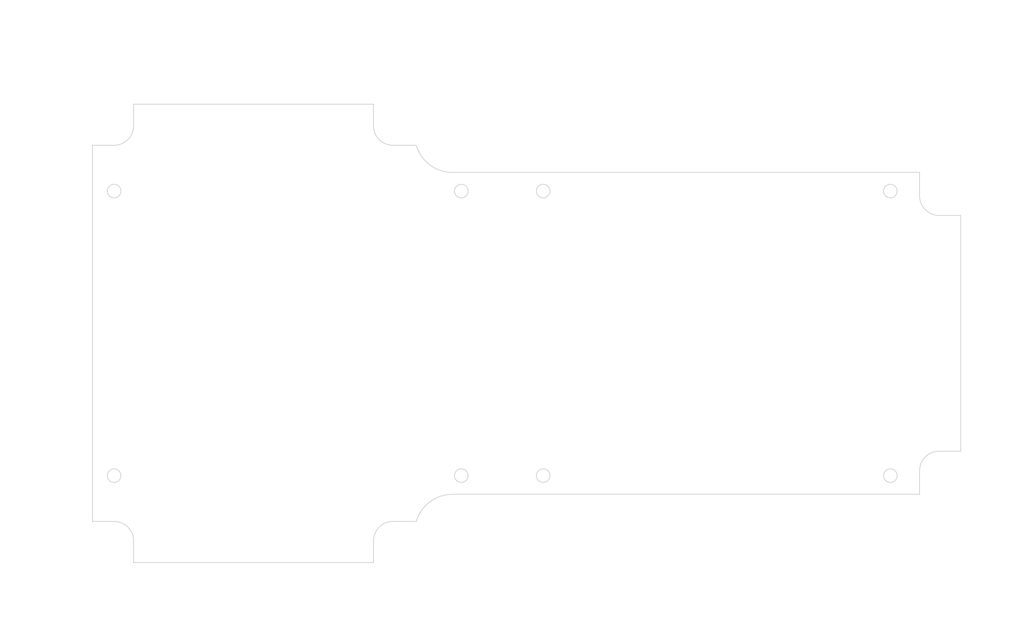
<source format=kicad_pcb>
(kicad_pcb (version 20171130) (host pcbnew "(5.1.0)-1")

  (general
    (thickness 1.6)
    (drawings 129)
    (tracks 0)
    (zones 0)
    (modules 0)
    (nets 1)
  )

  (page A3)
  (layers
    (0 F.Cu signal)
    (31 B.Cu signal)
    (32 B.Adhes user)
    (33 F.Adhes user)
    (34 B.Paste user)
    (35 F.Paste user)
    (36 B.SilkS user)
    (37 F.SilkS user)
    (38 B.Mask user)
    (39 F.Mask user)
    (40 Dwgs.User user)
    (41 Cmts.User user)
    (42 Eco1.User user)
    (43 Eco2.User user)
    (44 Edge.Cuts user)
    (45 Margin user)
    (46 B.CrtYd user)
    (47 F.CrtYd user)
    (48 B.Fab user)
    (49 F.Fab user)
  )

  (setup
    (last_trace_width 0.25)
    (trace_clearance 0.2)
    (zone_clearance 0.508)
    (zone_45_only no)
    (trace_min 0.2)
    (via_size 0.8)
    (via_drill 0.4)
    (via_min_size 0.4)
    (via_min_drill 0.3)
    (uvia_size 0.3)
    (uvia_drill 0.1)
    (uvias_allowed no)
    (uvia_min_size 0.2)
    (uvia_min_drill 0.1)
    (edge_width 0.05)
    (segment_width 0.2)
    (pcb_text_width 0.3)
    (pcb_text_size 1.5 1.5)
    (mod_edge_width 0.12)
    (mod_text_size 1 1)
    (mod_text_width 0.15)
    (pad_size 1.524 1.524)
    (pad_drill 0.762)
    (pad_to_mask_clearance 0.051)
    (solder_mask_min_width 0.25)
    (aux_axis_origin 0 0)
    (visible_elements FFFFFF7F)
    (pcbplotparams
      (layerselection 0x010fc_ffffffff)
      (usegerberextensions false)
      (usegerberattributes false)
      (usegerberadvancedattributes false)
      (creategerberjobfile false)
      (excludeedgelayer true)
      (linewidth 0.152400)
      (plotframeref false)
      (viasonmask false)
      (mode 1)
      (useauxorigin false)
      (hpglpennumber 1)
      (hpglpenspeed 20)
      (hpglpendiameter 15.000000)
      (psnegative false)
      (psa4output false)
      (plotreference true)
      (plotvalue true)
      (plotinvisibletext false)
      (padsonsilk false)
      (subtractmaskfromsilk false)
      (outputformat 1)
      (mirror false)
      (drillshape 1)
      (scaleselection 1)
      (outputdirectory ""))
  )

  (net 0 "")

  (net_class Default "This is the default net class."
    (clearance 0.2)
    (trace_width 0.25)
    (via_dia 0.8)
    (via_drill 0.4)
    (uvia_dia 0.3)
    (uvia_drill 0.1)
  )

  (gr_line (start 106.289444 205.03977) (end 106.289444 108.53977) (layer Edge.Cuts) (width 0.2))
  (gr_line (start 106.289444 108.53977) (end 111.828325 108.53977) (layer Edge.Cuts) (width 0.2))
  (gr_arc (start 111.828325 103.53977) (end 111.828325 108.53977) (angle -90) (layer Edge.Cuts) (width 0.2))
  (gr_line (start 116.828325 103.53977) (end 116.828325 98.000889) (layer Edge.Cuts) (width 0.2))
  (gr_line (start 116.828325 98.000889) (end 178.328325 98.000889) (layer Edge.Cuts) (width 0.2))
  (gr_line (start 178.328325 98.000889) (end 178.328325 103.53977) (layer Edge.Cuts) (width 0.2))
  (gr_arc (start 183.328325 103.53977) (end 178.328325 103.53977) (angle -94.0532407) (layer Edge.Cuts) (width 0.2))
  (gr_line (start 183.681742 108.527264) (end 189.274738 108.527264) (layer Edge.Cuts) (width 0.2))
  (gr_arc (start 198.632467 105.735627) (end 189.274738 108.527264) (angle -73.38888906) (layer Edge.Cuts) (width 0.2))
  (gr_line (start 198.632467 115.500889) (end 318.328325 115.500889) (layer Edge.Cuts) (width 0.2))
  (gr_line (start 318.328325 115.500889) (end 318.328325 121.53977) (layer Edge.Cuts) (width 0.2))
  (gr_arc (start 323.328325 121.53977) (end 318.328325 121.53977) (angle -90) (layer Edge.Cuts) (width 0.2))
  (gr_line (start 323.328325 126.53977) (end 328.867206 126.53977) (layer Edge.Cuts) (width 0.2))
  (gr_line (start 328.867206 126.53977) (end 328.867206 187.03977) (layer Edge.Cuts) (width 0.2))
  (gr_line (start 328.867206 187.03977) (end 323.328325 187.03977) (layer Edge.Cuts) (width 0.2))
  (gr_arc (start 323.328325 192.03977) (end 323.328325 187.03977) (angle -90) (layer Edge.Cuts) (width 0.2))
  (gr_line (start 318.328325 192.03977) (end 318.328325 198.078651) (layer Edge.Cuts) (width 0.2))
  (gr_line (start 318.328325 198.078651) (end 198.632467 198.078651) (layer Edge.Cuts) (width 0.2))
  (gr_arc (start 198.632467 207.843912) (end 198.632467 198.078651) (angle -73.31230166) (layer Edge.Cuts) (width 0.2))
  (gr_line (start 189.278478 205.03977) (end 183.328325 205.03977) (layer Edge.Cuts) (width 0.2))
  (gr_arc (start 183.328325 210.03977) (end 183.328325 205.03977) (angle -90) (layer Edge.Cuts) (width 0.2))
  (gr_line (start 178.328325 210.03977) (end 178.328325 215.578651) (layer Edge.Cuts) (width 0.2))
  (gr_line (start 178.328325 215.578651) (end 116.828325 215.578651) (layer Edge.Cuts) (width 0.2))
  (gr_line (start 116.828325 215.578651) (end 116.828325 210.03977) (layer Edge.Cuts) (width 0.2))
  (gr_arc (start 111.828325 210.03977) (end 116.828325 210.03977) (angle -90) (layer Edge.Cuts) (width 0.2))
  (gr_line (start 111.828325 205.03977) (end 106.289444 205.03977) (layer Edge.Cuts) (width 0.2))
  (gr_circle (center 111.828325 193.28977) (end 113.578325 193.28977) (layer Edge.Cuts) (width 0.2))
  (gr_circle (center 200.828325 193.28977) (end 202.578325 193.28977) (layer Edge.Cuts) (width 0.2))
  (gr_circle (center 221.828325 193.28977) (end 223.578325 193.28977) (layer Edge.Cuts) (width 0.2))
  (gr_circle (center 310.828325 193.28977) (end 312.578325 193.28977) (layer Edge.Cuts) (width 0.2))
  (gr_circle (center 310.828325 120.28977) (end 312.578325 120.28977) (layer Edge.Cuts) (width 0.2))
  (gr_circle (center 221.828325 120.28977) (end 223.578325 120.28977) (layer Edge.Cuts) (width 0.2))
  (gr_circle (center 200.828325 120.28977) (end 202.578325 120.28977) (layer Edge.Cuts) (width 0.2))
  (gr_circle (center 111.828325 120.28977) (end 113.578325 120.28977) (layer Edge.Cuts) (width 0.2))
  (gr_line (start 200.828325 120.37977) (end 200.828325 120.19977) (layer Dwgs.User) (width 0.2))
  (gr_line (start 200.738325 120.28977) (end 200.918325 120.28977) (layer Dwgs.User) (width 0.2))
  (gr_text " ∅3.50\n[∅0.14]" (at 190.135857 129.516123) (layer Dwgs.User)
    (effects (font (size 1.7 1.53) (thickness 0.2125)))
  )
  (gr_line (start 196.672726 129.516123) (end 199.288305 123.708956) (layer Dwgs.User) (width 0.2))
  (gr_line (start 194.672726 129.516123) (end 196.672726 129.516123) (layer Dwgs.User) (width 0.2))
  (gr_text [.88] (at 124.112099 111.03479) (layer Dwgs.User)
    (effects (font (size 1.7 1.53) (thickness 0.2125)))
  )
  (gr_text " 22.29" (at 124.112099 107.477355) (layer Dwgs.User)
    (effects (font (size 1.7 1.53) (thickness 0.2125)))
  )
  (gr_line (start 124.112099 118.28977) (end 124.112099 112.702764) (layer Dwgs.User) (width 0.2))
  (gr_line (start 124.112099 100.000889) (end 124.112099 105.587894) (layer Dwgs.User) (width 0.2))
  (gr_line (start 112.828325 120.28977) (end 127.287099 120.28977) (layer Dwgs.User) (width 0.2))
  (gr_text [3.50] (at 266.328325 223.179231) (layer Dwgs.User)
    (effects (font (size 1.7 1.53) (thickness 0.2125)))
  )
  (gr_text " 89.00" (at 266.328325 219.621795) (layer Dwgs.User)
    (effects (font (size 1.7 1.53) (thickness 0.2125)))
  )
  (gr_line (start 308.828325 221.28977) (end 270.372936 221.28977) (layer Dwgs.User) (width 0.2))
  (gr_line (start 223.828325 221.28977) (end 262.283713 221.28977) (layer Dwgs.User) (width 0.2))
  (gr_line (start 310.828325 194.28977) (end 310.828325 224.46477) (layer Dwgs.User) (width 0.2))
  (gr_line (start 221.828325 194.28977) (end 221.828325 224.46477) (layer Dwgs.User) (width 0.2))
  (gr_text [.83] (at 211.328325 223.22777) (layer Dwgs.User)
    (effects (font (size 1.7 1.53) (thickness 0.2125)))
  )
  (gr_text " 21.00" (at 211.328325 219.670335) (layer Dwgs.User)
    (effects (font (size 1.7 1.53) (thickness 0.2125)))
  )
  (gr_line (start 202.828325 221.338309) (end 207.283713 221.338309) (layer Dwgs.User) (width 0.2))
  (gr_line (start 219.828325 221.338309) (end 215.372936 221.338309) (layer Dwgs.User) (width 0.2))
  (gr_line (start 200.828325 194.28977) (end 200.828325 224.513309) (layer Dwgs.User) (width 0.2))
  (gr_line (start 221.828325 194.28977) (end 221.828325 224.513309) (layer Dwgs.User) (width 0.2))
  (gr_text [3.50] (at 156.328325 223.179231) (layer Dwgs.User)
    (effects (font (size 1.7 1.53) (thickness 0.2125)))
  )
  (gr_text " 89.00" (at 156.328325 219.621795) (layer Dwgs.User)
    (effects (font (size 1.7 1.53) (thickness 0.2125)))
  )
  (gr_line (start 113.828325 221.28977) (end 152.283713 221.28977) (layer Dwgs.User) (width 0.2))
  (gr_line (start 198.828325 221.28977) (end 160.372936 221.28977) (layer Dwgs.User) (width 0.2))
  (gr_line (start 111.828325 194.28977) (end 111.828325 224.46477) (layer Dwgs.User) (width 0.2))
  (gr_line (start 200.828325 194.28977) (end 200.828325 224.46477) (layer Dwgs.User) (width 0.2))
  (gr_text [.22] (at 119.211954 188.11715) (layer Dwgs.User)
    (effects (font (size 1.7 1.53) (thickness 0.2125)))
  )
  (gr_text " 5.54" (at 119.211954 184.563193) (layer Dwgs.User)
    (effects (font (size 1.7 1.53) (thickness 0.2125)))
  )
  (gr_line (start 113.828325 186.227689) (end 115.828325 186.227689) (layer Dwgs.User) (width 0.2))
  (gr_line (start 104.289444 186.227689) (end 102.289444 186.227689) (layer Dwgs.User) (width 0.2))
  (gr_line (start 111.828325 192.28977) (end 111.828325 183.052689) (layer Dwgs.User) (width 0.2))
  (gr_text [3.27] (at 147.783961 231.271397) (layer Dwgs.User)
    (effects (font (size 1.7 1.53) (thickness 0.2125)))
  )
  (gr_text " 82.99" (at 147.783961 227.713961) (layer Dwgs.User)
    (effects (font (size 1.7 1.53) (thickness 0.2125)))
  )
  (gr_line (start 187.278478 229.381935) (end 151.83321 229.381935) (layer Dwgs.User) (width 0.2))
  (gr_line (start 108.289444 229.381935) (end 143.734711 229.381935) (layer Dwgs.User) (width 0.2))
  (gr_line (start 189.278478 206.03977) (end 189.278478 232.556935) (layer Dwgs.User) (width 0.2))
  (gr_line (start 106.289444 206.03977) (end 106.289444 232.556935) (layer Dwgs.User) (width 0.2))
  (gr_text [2.87] (at 99.029032 162.871011) (layer Dwgs.User)
    (effects (font (size 1.7 1.53) (thickness 0.2125)))
  )
  (gr_text " 73.00" (at 99.029032 159.312996) (layer Dwgs.User)
    (effects (font (size 1.7 1.53) (thickness 0.2125)))
  )
  (gr_line (start 99.029032 191.28977) (end 99.029032 164.539565) (layer Dwgs.User) (width 0.2))
  (gr_line (start 99.029032 122.28977) (end 99.029032 157.423535) (layer Dwgs.User) (width 0.2))
  (gr_line (start 110.828325 193.28977) (end 95.854032 193.28977) (layer Dwgs.User) (width 0.2))
  (gr_line (start 110.828325 120.28977) (end 95.854032 120.28977) (layer Dwgs.User) (width 0.2))
  (gr_text [2.38] (at 335.241389 161.281284) (layer Dwgs.User)
    (effects (font (size 1.7 1.53) (thickness 0.2125)))
  )
  (gr_text " 60.50" (at 335.241389 157.723848) (layer Dwgs.User)
    (effects (font (size 1.7 1.53) (thickness 0.2125)))
  )
  (gr_line (start 335.241389 185.03977) (end 335.241389 162.949258) (layer Dwgs.User) (width 0.2))
  (gr_line (start 335.241389 128.53977) (end 335.241389 155.834387) (layer Dwgs.User) (width 0.2))
  (gr_line (start 329.867206 187.03977) (end 338.416389 187.03977) (layer Dwgs.User) (width 0.2))
  (gr_line (start 329.867206 126.53977) (end 338.416389 126.53977) (layer Dwgs.User) (width 0.2))
  (gr_text [3.25] (at 341.074896 154.068946) (layer Dwgs.User)
    (effects (font (size 1.7 1.53) (thickness 0.2125)))
  )
  (gr_text " 82.58" (at 341.074896 150.511511) (layer Dwgs.User)
    (effects (font (size 1.7 1.53) (thickness 0.2125)))
  )
  (gr_line (start 341.074896 196.078651) (end 341.074896 155.736921) (layer Dwgs.User) (width 0.2))
  (gr_line (start 341.074896 117.500889) (end 341.074896 148.62205) (layer Dwgs.User) (width 0.2))
  (gr_line (start 319.328325 198.078651) (end 344.249896 198.078651) (layer Dwgs.User) (width 0.2))
  (gr_line (start 319.328325 115.500889) (end 344.249896 115.500889) (layer Dwgs.User) (width 0.2))
  (gr_text [3.80] (at 92.916808 155.828667) (layer Dwgs.User)
    (effects (font (size 1.7 1.53) (thickness 0.2125)))
  )
  (gr_text " 96.50" (at 92.916808 152.271232) (layer Dwgs.User)
    (effects (font (size 1.7 1.53) (thickness 0.2125)))
  )
  (gr_line (start 92.916808 110.53977) (end 92.916808 150.38177) (layer Dwgs.User) (width 0.2))
  (gr_line (start 92.916808 203.03977) (end 92.916808 157.496641) (layer Dwgs.User) (width 0.2))
  (gr_line (start 105.289444 108.53977) (end 89.741808 108.53977) (layer Dwgs.User) (width 0.2))
  (gr_line (start 105.289444 205.03977) (end 89.741808 205.03977) (layer Dwgs.User) (width 0.2))
  (gr_text [4.63] (at 87.336082 163.668257) (layer Dwgs.User)
    (effects (font (size 1.7 1.53) (thickness 0.2125)))
  )
  (gr_text " 117.58" (at 87.336082 160.110822) (layer Dwgs.User)
    (effects (font (size 1.7 1.53) (thickness 0.2125)))
  )
  (gr_line (start 87.336082 213.578651) (end 87.336082 165.336232) (layer Dwgs.User) (width 0.2))
  (gr_line (start 87.336082 100.000889) (end 87.336082 158.221361) (layer Dwgs.User) (width 0.2))
  (gr_line (start 115.828325 215.578651) (end 84.161082 215.578651) (layer Dwgs.User) (width 0.2))
  (gr_line (start 115.828325 98.000889) (end 84.161082 98.000889) (layer Dwgs.User) (width 0.2))
  (gr_text [R0.20] (at 167.327837 112.743914) (layer Dwgs.User)
    (effects (font (size 1.7 1.53) (thickness 0.2125)))
  )
  (gr_text " R5.00" (at 167.327837 109.186478) (layer Dwgs.User)
    (effects (font (size 1.7 1.53) (thickness 0.2125)))
  )
  (gr_line (start 173.798608 110.854452) (end 177.775491 107.801933) (layer Dwgs.User) (width 0.2))
  (gr_line (start 171.798608 110.854452) (end 173.798608 110.854452) (layer Dwgs.User) (width 0.2))
  (gr_text [R0.38] (at 179.93785 123.034843) (layer Dwgs.User)
    (effects (font (size 1.7 1.53) (thickness 0.2125)))
  )
  (gr_text " R9.77" (at 179.93785 119.477408) (layer Dwgs.User)
    (effects (font (size 1.7 1.53) (thickness 0.2125)))
  )
  (gr_line (start 186.408621 121.145382) (end 191.320745 114.953008) (layer Dwgs.User) (width 0.2))
  (gr_line (start 184.408621 121.145382) (end 186.408621 121.145382) (layer Dwgs.User) (width 0.2))
  (gr_text [2.42] (at 147.578325 91.872134) (layer Dwgs.User)
    (effects (font (size 1.7 1.53) (thickness 0.2125)))
  )
  (gr_text " 61.50" (at 147.578325 88.314699) (layer Dwgs.User)
    (effects (font (size 1.7 1.53) (thickness 0.2125)))
  )
  (gr_line (start 176.328325 89.982673) (end 151.622936 89.982673) (layer Dwgs.User) (width 0.2))
  (gr_line (start 118.828325 89.982673) (end 143.533713 89.982673) (layer Dwgs.User) (width 0.2))
  (gr_line (start 178.328325 97.000889) (end 178.328325 86.807673) (layer Dwgs.User) (width 0.2))
  (gr_line (start 116.828325 97.000889) (end 116.828325 86.807673) (layer Dwgs.User) (width 0.2))
  (gr_text [7.93] (at 217.578325 83.89035) (layer Dwgs.User)
    (effects (font (size 1.7 1.53) (thickness 0.2125)))
  )
  (gr_text " 201.50" (at 217.578325 80.332914) (layer Dwgs.User)
    (effects (font (size 1.7 1.53) (thickness 0.2125)))
  )
  (gr_line (start 118.828325 82.000889) (end 212.873311 82.000889) (layer Dwgs.User) (width 0.2))
  (gr_line (start 316.328325 82.000889) (end 222.283338 82.000889) (layer Dwgs.User) (width 0.2))
  (gr_line (start 116.828325 97.000889) (end 116.828325 78.825889) (layer Dwgs.User) (width 0.2))
  (gr_line (start 318.328325 114.500889) (end 318.328325 78.825889) (layer Dwgs.User) (width 0.2))
  (gr_text [8.76] (at 217.578325 76.429231) (layer Dwgs.User)
    (effects (font (size 1.7 1.53) (thickness 0.2125)))
  )
  (gr_text " 222.58" (at 217.578325 72.871795) (layer Dwgs.User)
    (effects (font (size 1.7 1.53) (thickness 0.2125)))
  )
  (gr_line (start 326.867206 74.53977) (end 222.287977 74.53977) (layer Dwgs.User) (width 0.2))
  (gr_line (start 108.289444 74.53977) (end 212.868672 74.53977) (layer Dwgs.User) (width 0.2))
  (gr_line (start 328.867206 125.53977) (end 328.867206 71.36477) (layer Dwgs.User) (width 0.2))
  (gr_line (start 106.289444 107.53977) (end 106.289444 71.36477) (layer Dwgs.User) (width 0.2))

)

</source>
